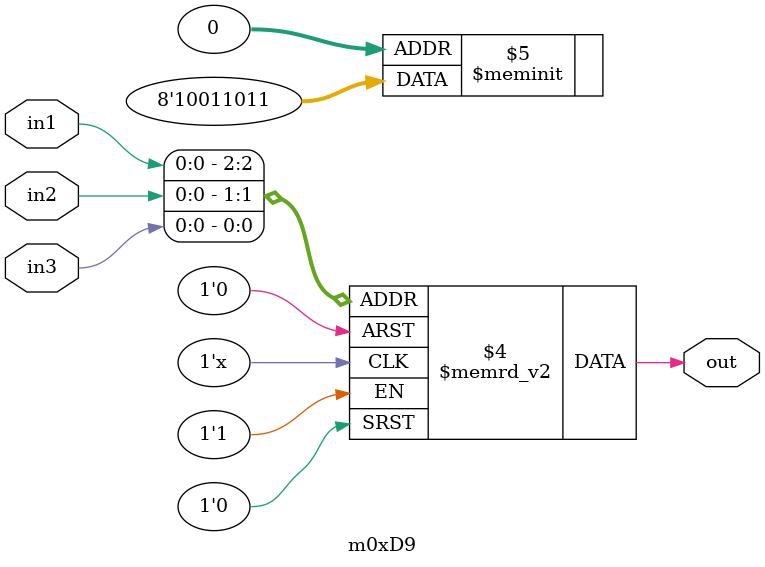
<source format=v>
module m0xD9(output out, input in1, in2, in3);

   always @(in1, in2, in3)
     begin
        case({in1, in2, in3})
          3'b000: {out} = 1'b1;
          3'b001: {out} = 1'b1;
          3'b010: {out} = 1'b0;
          3'b011: {out} = 1'b1;
          3'b100: {out} = 1'b1;
          3'b101: {out} = 1'b0;
          3'b110: {out} = 1'b0;
          3'b111: {out} = 1'b1;
        endcase // case ({in1, in2, in3})
     end // always @ (in1, in2, in3)

endmodule // m0xD9
</source>
